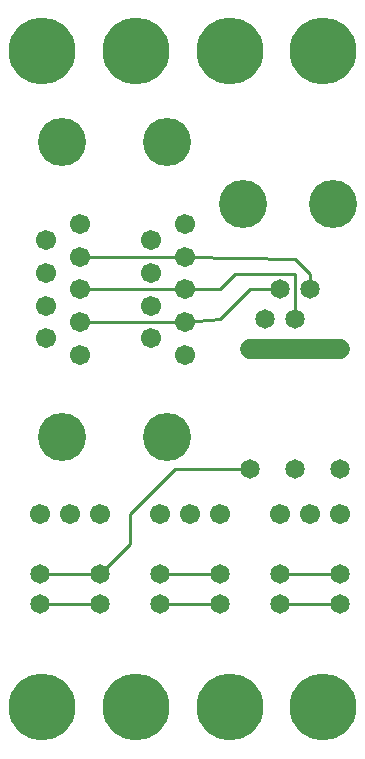
<source format=gbl>
%MOIN*%
%FSLAX25Y25*%
G04 D10 used for Character Trace; *
G04     Circle (OD=.01000) (No hole)*
G04 D11 used for Power Trace; *
G04     Circle (OD=.06500) (No hole)*
G04 D12 used for Signal Trace; *
G04     Circle (OD=.01100) (No hole)*
G04 D13 used for Via; *
G04     Circle (OD=.05800) (Round. Hole ID=.02800)*
G04 D14 used for Component hole; *
G04     Circle (OD=.06500) (Round. Hole ID=.03500)*
G04 D15 used for Component hole; *
G04     Circle (OD=.06700) (Round. Hole ID=.04300)*
G04 D16 used for Component hole; *
G04     Circle (OD=.08100) (Round. Hole ID=.05100)*
G04 D17 used for Component hole; *
G04     Circle (OD=.08900) (Round. Hole ID=.05900)*
G04 D18 used for Component hole; *
G04     Circle (OD=.11300) (Round. Hole ID=.08300)*
G04 D19 used for Component hole; *
G04     Circle (OD=.16000) (Round. Hole ID=.13000)*
G04 D20 used for Component hole; *
G04     Circle (OD=.18300) (Round. Hole ID=.15300)*
G04 D21 used for Component hole; *
G04     Circle (OD=.22291) (Round. Hole ID=.19291)*
%ADD10C,.01000*%
%ADD11C,.06500*%
%ADD12C,.01100*%
%ADD13C,.05800*%
%ADD14C,.06500*%
%ADD15C,.06700*%
%ADD16C,.08100*%
%ADD17C,.08900*%
%ADD18C,.11300*%
%ADD19C,.16000*%
%ADD20C,.18300*%
%ADD21C,.22291*%
%IPPOS*%
%LPD*%
G90*X0Y0D02*D21*X15625Y15625D03*X46875D03*D14*    
X35000Y50000D03*D12*X15000D01*D14*D03*Y60000D03*  
D12*X35000D01*D14*D03*D12*X45000Y70000D01*        
Y80000D01*X60000Y95000D01*X85000D01*D14*D03*D15*  
X75000Y80000D03*D14*X100000Y95000D03*D15*         
X95000Y80000D03*X105000D03*X65000D03*X115000D03*  
D19*X57400Y105800D03*D14*X115000Y95000D03*D15*    
X55000Y80000D03*D14*Y60000D03*D12*X75000D01*D14*  
D03*Y50000D03*D12*X55000D01*D14*D03*D15*          
X25000Y80000D03*X35000D03*D21*X78125Y15625D03*D15*
X15000Y80000D03*D14*X95000Y50000D03*D12*          
X115000D01*D14*D03*Y60000D03*D12*X95000D01*D14*   
D03*D21*X109375Y15625D03*D19*X22400Y105800D03*D14*
X115000Y135000D03*D11*X100000D01*D14*D03*D11*     
X85000D01*D14*D03*D12*X63100Y144100D02*           
X75000Y145000D01*D15*X63100Y144100D03*D12*        
X28100D01*D15*D03*Y155000D03*D12*X63100D01*D15*   
D03*D12*X75000D01*X80000Y160000D01*X100000D01*    
Y145000D01*D14*D03*X105000Y155000D03*D12*         
Y160000D01*X100000Y165000D01*X63100Y165900D01*D15*
D03*D12*X28100D01*D15*D03*Y176800D03*             
X16800Y149600D03*Y171300D03*Y160400D03*           
X51800Y149600D03*Y160400D03*Y171300D03*           
X16800Y138700D03*X51800D03*X28100Y133200D03*      
X63100D03*Y176800D03*D19*X57400Y204200D03*        
X22400D03*D12*X75000Y145000D02*X85000Y155000D01*  
X95000D01*D14*D03*X90000Y145000D03*D19*           
X112500Y183500D03*X82500D03*D21*X15625Y234375D03* 
X109375D03*X78125D03*X46875D03*M02*               

</source>
